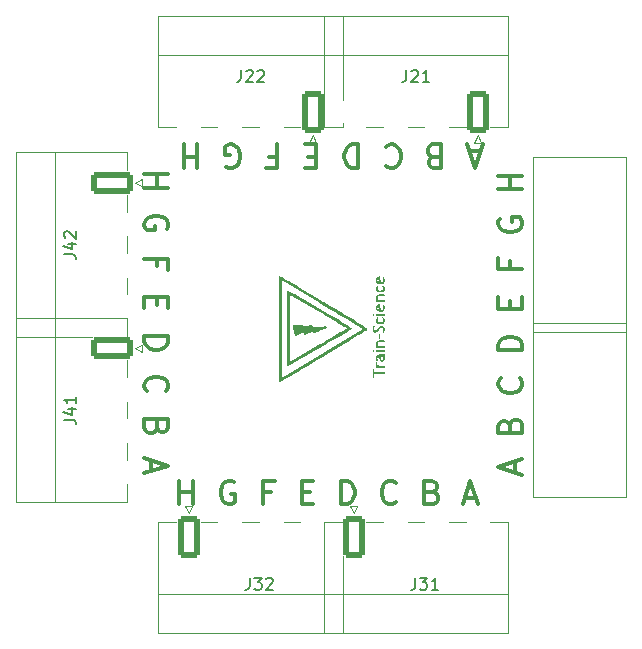
<source format=gbr>
%TF.GenerationSoftware,KiCad,Pcbnew,8.0.2*%
%TF.CreationDate,2024-09-12T21:38:04+02:00*%
%TF.ProjectId,splitX_pluggable_8p,73706c69-7458-45f7-906c-75676761626c,rev?*%
%TF.SameCoordinates,Original*%
%TF.FileFunction,Legend,Top*%
%TF.FilePolarity,Positive*%
%FSLAX46Y46*%
G04 Gerber Fmt 4.6, Leading zero omitted, Abs format (unit mm)*
G04 Created by KiCad (PCBNEW 8.0.2) date 2024-09-12 21:38:04*
%MOMM*%
%LPD*%
G01*
G04 APERTURE LIST*
G04 Aperture macros list*
%AMRoundRect*
0 Rectangle with rounded corners*
0 $1 Rounding radius*
0 $2 $3 $4 $5 $6 $7 $8 $9 X,Y pos of 4 corners*
0 Add a 4 corners polygon primitive as box body*
4,1,4,$2,$3,$4,$5,$6,$7,$8,$9,$2,$3,0*
0 Add four circle primitives for the rounded corners*
1,1,$1+$1,$2,$3*
1,1,$1+$1,$4,$5*
1,1,$1+$1,$6,$7*
1,1,$1+$1,$8,$9*
0 Add four rect primitives between the rounded corners*
20,1,$1+$1,$2,$3,$4,$5,0*
20,1,$1+$1,$4,$5,$6,$7,0*
20,1,$1+$1,$6,$7,$8,$9,0*
20,1,$1+$1,$8,$9,$2,$3,0*%
G04 Aperture macros list end*
%ADD10C,0.300000*%
%ADD11C,0.150000*%
%ADD12C,0.120000*%
%ADD13C,0.100000*%
%ADD14C,0.000000*%
%ADD15RoundRect,0.250000X-1.550000X0.650000X-1.550000X-0.650000X1.550000X-0.650000X1.550000X0.650000X0*%
%ADD16O,3.600000X1.800000*%
%ADD17C,3.200000*%
%ADD18RoundRect,0.250000X0.650000X1.550000X-0.650000X1.550000X-0.650000X-1.550000X0.650000X-1.550000X0*%
%ADD19O,1.800000X3.600000*%
%ADD20RoundRect,0.250000X-0.650000X-1.550000X0.650000X-1.550000X0.650000X1.550000X-0.650000X1.550000X0*%
%ADD21C,2.200000*%
G04 APERTURE END LIST*
D10*
X169718049Y-92331790D02*
X168765668Y-92331790D01*
X169908525Y-91760361D02*
X169241859Y-93760361D01*
X169241859Y-93760361D02*
X168575192Y-91760361D01*
X165718048Y-92807980D02*
X165432334Y-92712742D01*
X165432334Y-92712742D02*
X165337096Y-92617504D01*
X165337096Y-92617504D02*
X165241858Y-92427028D01*
X165241858Y-92427028D02*
X165241858Y-92141314D01*
X165241858Y-92141314D02*
X165337096Y-91950838D01*
X165337096Y-91950838D02*
X165432334Y-91855600D01*
X165432334Y-91855600D02*
X165622810Y-91760361D01*
X165622810Y-91760361D02*
X166384715Y-91760361D01*
X166384715Y-91760361D02*
X166384715Y-93760361D01*
X166384715Y-93760361D02*
X165718048Y-93760361D01*
X165718048Y-93760361D02*
X165527572Y-93665123D01*
X165527572Y-93665123D02*
X165432334Y-93569885D01*
X165432334Y-93569885D02*
X165337096Y-93379409D01*
X165337096Y-93379409D02*
X165337096Y-93188933D01*
X165337096Y-93188933D02*
X165432334Y-92998457D01*
X165432334Y-92998457D02*
X165527572Y-92903219D01*
X165527572Y-92903219D02*
X165718048Y-92807980D01*
X165718048Y-92807980D02*
X166384715Y-92807980D01*
X161718048Y-91950838D02*
X161813286Y-91855600D01*
X161813286Y-91855600D02*
X162099000Y-91760361D01*
X162099000Y-91760361D02*
X162289476Y-91760361D01*
X162289476Y-91760361D02*
X162575191Y-91855600D01*
X162575191Y-91855600D02*
X162765667Y-92046076D01*
X162765667Y-92046076D02*
X162860905Y-92236552D01*
X162860905Y-92236552D02*
X162956143Y-92617504D01*
X162956143Y-92617504D02*
X162956143Y-92903219D01*
X162956143Y-92903219D02*
X162860905Y-93284171D01*
X162860905Y-93284171D02*
X162765667Y-93474647D01*
X162765667Y-93474647D02*
X162575191Y-93665123D01*
X162575191Y-93665123D02*
X162289476Y-93760361D01*
X162289476Y-93760361D02*
X162099000Y-93760361D01*
X162099000Y-93760361D02*
X161813286Y-93665123D01*
X161813286Y-93665123D02*
X161718048Y-93569885D01*
X159337095Y-91760361D02*
X159337095Y-93760361D01*
X159337095Y-93760361D02*
X158860905Y-93760361D01*
X158860905Y-93760361D02*
X158575190Y-93665123D01*
X158575190Y-93665123D02*
X158384714Y-93474647D01*
X158384714Y-93474647D02*
X158289476Y-93284171D01*
X158289476Y-93284171D02*
X158194238Y-92903219D01*
X158194238Y-92903219D02*
X158194238Y-92617504D01*
X158194238Y-92617504D02*
X158289476Y-92236552D01*
X158289476Y-92236552D02*
X158384714Y-92046076D01*
X158384714Y-92046076D02*
X158575190Y-91855600D01*
X158575190Y-91855600D02*
X158860905Y-91760361D01*
X158860905Y-91760361D02*
X159337095Y-91760361D01*
X155813285Y-92807980D02*
X155146618Y-92807980D01*
X154860904Y-91760361D02*
X155813285Y-91760361D01*
X155813285Y-91760361D02*
X155813285Y-93760361D01*
X155813285Y-93760361D02*
X154860904Y-93760361D01*
X151813284Y-92807980D02*
X152479951Y-92807980D01*
X152479951Y-91760361D02*
X152479951Y-93760361D01*
X152479951Y-93760361D02*
X151527570Y-93760361D01*
X148194236Y-93665123D02*
X148384712Y-93760361D01*
X148384712Y-93760361D02*
X148670426Y-93760361D01*
X148670426Y-93760361D02*
X148956141Y-93665123D01*
X148956141Y-93665123D02*
X149146617Y-93474647D01*
X149146617Y-93474647D02*
X149241855Y-93284171D01*
X149241855Y-93284171D02*
X149337093Y-92903219D01*
X149337093Y-92903219D02*
X149337093Y-92617504D01*
X149337093Y-92617504D02*
X149241855Y-92236552D01*
X149241855Y-92236552D02*
X149146617Y-92046076D01*
X149146617Y-92046076D02*
X148956141Y-91855600D01*
X148956141Y-91855600D02*
X148670426Y-91760361D01*
X148670426Y-91760361D02*
X148479950Y-91760361D01*
X148479950Y-91760361D02*
X148194236Y-91855600D01*
X148194236Y-91855600D02*
X148098998Y-91950838D01*
X148098998Y-91950838D02*
X148098998Y-92617504D01*
X148098998Y-92617504D02*
X148479950Y-92617504D01*
X145718045Y-91760361D02*
X145718045Y-93760361D01*
X145718045Y-92807980D02*
X144575188Y-92807980D01*
X144575188Y-91760361D02*
X144575188Y-93760361D01*
X172668209Y-119563679D02*
X172668209Y-118611298D01*
X173239638Y-119754155D02*
X171239638Y-119087489D01*
X171239638Y-119087489D02*
X173239638Y-118420822D01*
X172192019Y-115563678D02*
X172287257Y-115277964D01*
X172287257Y-115277964D02*
X172382495Y-115182726D01*
X172382495Y-115182726D02*
X172572971Y-115087488D01*
X172572971Y-115087488D02*
X172858685Y-115087488D01*
X172858685Y-115087488D02*
X173049161Y-115182726D01*
X173049161Y-115182726D02*
X173144400Y-115277964D01*
X173144400Y-115277964D02*
X173239638Y-115468440D01*
X173239638Y-115468440D02*
X173239638Y-116230345D01*
X173239638Y-116230345D02*
X171239638Y-116230345D01*
X171239638Y-116230345D02*
X171239638Y-115563678D01*
X171239638Y-115563678D02*
X171334876Y-115373202D01*
X171334876Y-115373202D02*
X171430114Y-115277964D01*
X171430114Y-115277964D02*
X171620590Y-115182726D01*
X171620590Y-115182726D02*
X171811066Y-115182726D01*
X171811066Y-115182726D02*
X172001542Y-115277964D01*
X172001542Y-115277964D02*
X172096780Y-115373202D01*
X172096780Y-115373202D02*
X172192019Y-115563678D01*
X172192019Y-115563678D02*
X172192019Y-116230345D01*
X173049161Y-111563678D02*
X173144400Y-111658916D01*
X173144400Y-111658916D02*
X173239638Y-111944630D01*
X173239638Y-111944630D02*
X173239638Y-112135106D01*
X173239638Y-112135106D02*
X173144400Y-112420821D01*
X173144400Y-112420821D02*
X172953923Y-112611297D01*
X172953923Y-112611297D02*
X172763447Y-112706535D01*
X172763447Y-112706535D02*
X172382495Y-112801773D01*
X172382495Y-112801773D02*
X172096780Y-112801773D01*
X172096780Y-112801773D02*
X171715828Y-112706535D01*
X171715828Y-112706535D02*
X171525352Y-112611297D01*
X171525352Y-112611297D02*
X171334876Y-112420821D01*
X171334876Y-112420821D02*
X171239638Y-112135106D01*
X171239638Y-112135106D02*
X171239638Y-111944630D01*
X171239638Y-111944630D02*
X171334876Y-111658916D01*
X171334876Y-111658916D02*
X171430114Y-111563678D01*
X173239638Y-109182725D02*
X171239638Y-109182725D01*
X171239638Y-109182725D02*
X171239638Y-108706535D01*
X171239638Y-108706535D02*
X171334876Y-108420820D01*
X171334876Y-108420820D02*
X171525352Y-108230344D01*
X171525352Y-108230344D02*
X171715828Y-108135106D01*
X171715828Y-108135106D02*
X172096780Y-108039868D01*
X172096780Y-108039868D02*
X172382495Y-108039868D01*
X172382495Y-108039868D02*
X172763447Y-108135106D01*
X172763447Y-108135106D02*
X172953923Y-108230344D01*
X172953923Y-108230344D02*
X173144400Y-108420820D01*
X173144400Y-108420820D02*
X173239638Y-108706535D01*
X173239638Y-108706535D02*
X173239638Y-109182725D01*
X172192019Y-105658915D02*
X172192019Y-104992248D01*
X173239638Y-104706534D02*
X173239638Y-105658915D01*
X173239638Y-105658915D02*
X171239638Y-105658915D01*
X171239638Y-105658915D02*
X171239638Y-104706534D01*
X172192019Y-101658914D02*
X172192019Y-102325581D01*
X173239638Y-102325581D02*
X171239638Y-102325581D01*
X171239638Y-102325581D02*
X171239638Y-101373200D01*
X171334876Y-98039866D02*
X171239638Y-98230342D01*
X171239638Y-98230342D02*
X171239638Y-98516056D01*
X171239638Y-98516056D02*
X171334876Y-98801771D01*
X171334876Y-98801771D02*
X171525352Y-98992247D01*
X171525352Y-98992247D02*
X171715828Y-99087485D01*
X171715828Y-99087485D02*
X172096780Y-99182723D01*
X172096780Y-99182723D02*
X172382495Y-99182723D01*
X172382495Y-99182723D02*
X172763447Y-99087485D01*
X172763447Y-99087485D02*
X172953923Y-98992247D01*
X172953923Y-98992247D02*
X173144400Y-98801771D01*
X173144400Y-98801771D02*
X173239638Y-98516056D01*
X173239638Y-98516056D02*
X173239638Y-98325580D01*
X173239638Y-98325580D02*
X173144400Y-98039866D01*
X173144400Y-98039866D02*
X173049161Y-97944628D01*
X173049161Y-97944628D02*
X172382495Y-97944628D01*
X172382495Y-97944628D02*
X172382495Y-98325580D01*
X173239638Y-95563675D02*
X171239638Y-95563675D01*
X172192019Y-95563675D02*
X172192019Y-94420818D01*
X173239638Y-94420818D02*
X171239638Y-94420818D01*
X141260361Y-94283188D02*
X143260361Y-94283188D01*
X142307980Y-94283188D02*
X142307980Y-95426045D01*
X141260361Y-95426045D02*
X143260361Y-95426045D01*
X143165123Y-98949855D02*
X143260361Y-98759379D01*
X143260361Y-98759379D02*
X143260361Y-98473665D01*
X143260361Y-98473665D02*
X143165123Y-98187950D01*
X143165123Y-98187950D02*
X142974647Y-97997474D01*
X142974647Y-97997474D02*
X142784171Y-97902236D01*
X142784171Y-97902236D02*
X142403219Y-97806998D01*
X142403219Y-97806998D02*
X142117504Y-97806998D01*
X142117504Y-97806998D02*
X141736552Y-97902236D01*
X141736552Y-97902236D02*
X141546076Y-97997474D01*
X141546076Y-97997474D02*
X141355600Y-98187950D01*
X141355600Y-98187950D02*
X141260361Y-98473665D01*
X141260361Y-98473665D02*
X141260361Y-98664141D01*
X141260361Y-98664141D02*
X141355600Y-98949855D01*
X141355600Y-98949855D02*
X141450838Y-99045093D01*
X141450838Y-99045093D02*
X142117504Y-99045093D01*
X142117504Y-99045093D02*
X142117504Y-98664141D01*
X142307980Y-102092713D02*
X142307980Y-101426046D01*
X141260361Y-101426046D02*
X143260361Y-101426046D01*
X143260361Y-101426046D02*
X143260361Y-102378427D01*
X142307980Y-104664142D02*
X142307980Y-105330809D01*
X141260361Y-105616523D02*
X141260361Y-104664142D01*
X141260361Y-104664142D02*
X143260361Y-104664142D01*
X143260361Y-104664142D02*
X143260361Y-105616523D01*
X141260361Y-107997476D02*
X143260361Y-107997476D01*
X143260361Y-107997476D02*
X143260361Y-108473666D01*
X143260361Y-108473666D02*
X143165123Y-108759381D01*
X143165123Y-108759381D02*
X142974647Y-108949857D01*
X142974647Y-108949857D02*
X142784171Y-109045095D01*
X142784171Y-109045095D02*
X142403219Y-109140333D01*
X142403219Y-109140333D02*
X142117504Y-109140333D01*
X142117504Y-109140333D02*
X141736552Y-109045095D01*
X141736552Y-109045095D02*
X141546076Y-108949857D01*
X141546076Y-108949857D02*
X141355600Y-108759381D01*
X141355600Y-108759381D02*
X141260361Y-108473666D01*
X141260361Y-108473666D02*
X141260361Y-107997476D01*
X141450838Y-112664143D02*
X141355600Y-112568905D01*
X141355600Y-112568905D02*
X141260361Y-112283191D01*
X141260361Y-112283191D02*
X141260361Y-112092715D01*
X141260361Y-112092715D02*
X141355600Y-111807000D01*
X141355600Y-111807000D02*
X141546076Y-111616524D01*
X141546076Y-111616524D02*
X141736552Y-111521286D01*
X141736552Y-111521286D02*
X142117504Y-111426048D01*
X142117504Y-111426048D02*
X142403219Y-111426048D01*
X142403219Y-111426048D02*
X142784171Y-111521286D01*
X142784171Y-111521286D02*
X142974647Y-111616524D01*
X142974647Y-111616524D02*
X143165123Y-111807000D01*
X143165123Y-111807000D02*
X143260361Y-112092715D01*
X143260361Y-112092715D02*
X143260361Y-112283191D01*
X143260361Y-112283191D02*
X143165123Y-112568905D01*
X143165123Y-112568905D02*
X143069885Y-112664143D01*
X142307980Y-115711763D02*
X142212742Y-115997477D01*
X142212742Y-115997477D02*
X142117504Y-116092715D01*
X142117504Y-116092715D02*
X141927028Y-116187953D01*
X141927028Y-116187953D02*
X141641314Y-116187953D01*
X141641314Y-116187953D02*
X141450838Y-116092715D01*
X141450838Y-116092715D02*
X141355600Y-115997477D01*
X141355600Y-115997477D02*
X141260361Y-115807001D01*
X141260361Y-115807001D02*
X141260361Y-115045096D01*
X141260361Y-115045096D02*
X143260361Y-115045096D01*
X143260361Y-115045096D02*
X143260361Y-115711763D01*
X143260361Y-115711763D02*
X143165123Y-115902239D01*
X143165123Y-115902239D02*
X143069885Y-115997477D01*
X143069885Y-115997477D02*
X142879409Y-116092715D01*
X142879409Y-116092715D02*
X142688933Y-116092715D01*
X142688933Y-116092715D02*
X142498457Y-115997477D01*
X142498457Y-115997477D02*
X142403219Y-115902239D01*
X142403219Y-115902239D02*
X142307980Y-115711763D01*
X142307980Y-115711763D02*
X142307980Y-115045096D01*
X141831790Y-118473668D02*
X141831790Y-119426049D01*
X141260361Y-118283192D02*
X143260361Y-118949858D01*
X143260361Y-118949858D02*
X141260361Y-119616525D01*
X144194188Y-122239638D02*
X144194188Y-120239638D01*
X144194188Y-121192019D02*
X145337045Y-121192019D01*
X145337045Y-122239638D02*
X145337045Y-120239638D01*
X148860855Y-120334876D02*
X148670379Y-120239638D01*
X148670379Y-120239638D02*
X148384665Y-120239638D01*
X148384665Y-120239638D02*
X148098950Y-120334876D01*
X148098950Y-120334876D02*
X147908474Y-120525352D01*
X147908474Y-120525352D02*
X147813236Y-120715828D01*
X147813236Y-120715828D02*
X147717998Y-121096780D01*
X147717998Y-121096780D02*
X147717998Y-121382495D01*
X147717998Y-121382495D02*
X147813236Y-121763447D01*
X147813236Y-121763447D02*
X147908474Y-121953923D01*
X147908474Y-121953923D02*
X148098950Y-122144400D01*
X148098950Y-122144400D02*
X148384665Y-122239638D01*
X148384665Y-122239638D02*
X148575141Y-122239638D01*
X148575141Y-122239638D02*
X148860855Y-122144400D01*
X148860855Y-122144400D02*
X148956093Y-122049161D01*
X148956093Y-122049161D02*
X148956093Y-121382495D01*
X148956093Y-121382495D02*
X148575141Y-121382495D01*
X152003713Y-121192019D02*
X151337046Y-121192019D01*
X151337046Y-122239638D02*
X151337046Y-120239638D01*
X151337046Y-120239638D02*
X152289427Y-120239638D01*
X154575142Y-121192019D02*
X155241809Y-121192019D01*
X155527523Y-122239638D02*
X154575142Y-122239638D01*
X154575142Y-122239638D02*
X154575142Y-120239638D01*
X154575142Y-120239638D02*
X155527523Y-120239638D01*
X157908476Y-122239638D02*
X157908476Y-120239638D01*
X157908476Y-120239638D02*
X158384666Y-120239638D01*
X158384666Y-120239638D02*
X158670381Y-120334876D01*
X158670381Y-120334876D02*
X158860857Y-120525352D01*
X158860857Y-120525352D02*
X158956095Y-120715828D01*
X158956095Y-120715828D02*
X159051333Y-121096780D01*
X159051333Y-121096780D02*
X159051333Y-121382495D01*
X159051333Y-121382495D02*
X158956095Y-121763447D01*
X158956095Y-121763447D02*
X158860857Y-121953923D01*
X158860857Y-121953923D02*
X158670381Y-122144400D01*
X158670381Y-122144400D02*
X158384666Y-122239638D01*
X158384666Y-122239638D02*
X157908476Y-122239638D01*
X162575143Y-122049161D02*
X162479905Y-122144400D01*
X162479905Y-122144400D02*
X162194191Y-122239638D01*
X162194191Y-122239638D02*
X162003715Y-122239638D01*
X162003715Y-122239638D02*
X161718000Y-122144400D01*
X161718000Y-122144400D02*
X161527524Y-121953923D01*
X161527524Y-121953923D02*
X161432286Y-121763447D01*
X161432286Y-121763447D02*
X161337048Y-121382495D01*
X161337048Y-121382495D02*
X161337048Y-121096780D01*
X161337048Y-121096780D02*
X161432286Y-120715828D01*
X161432286Y-120715828D02*
X161527524Y-120525352D01*
X161527524Y-120525352D02*
X161718000Y-120334876D01*
X161718000Y-120334876D02*
X162003715Y-120239638D01*
X162003715Y-120239638D02*
X162194191Y-120239638D01*
X162194191Y-120239638D02*
X162479905Y-120334876D01*
X162479905Y-120334876D02*
X162575143Y-120430114D01*
X165622763Y-121192019D02*
X165908477Y-121287257D01*
X165908477Y-121287257D02*
X166003715Y-121382495D01*
X166003715Y-121382495D02*
X166098953Y-121572971D01*
X166098953Y-121572971D02*
X166098953Y-121858685D01*
X166098953Y-121858685D02*
X166003715Y-122049161D01*
X166003715Y-122049161D02*
X165908477Y-122144400D01*
X165908477Y-122144400D02*
X165718001Y-122239638D01*
X165718001Y-122239638D02*
X164956096Y-122239638D01*
X164956096Y-122239638D02*
X164956096Y-120239638D01*
X164956096Y-120239638D02*
X165622763Y-120239638D01*
X165622763Y-120239638D02*
X165813239Y-120334876D01*
X165813239Y-120334876D02*
X165908477Y-120430114D01*
X165908477Y-120430114D02*
X166003715Y-120620590D01*
X166003715Y-120620590D02*
X166003715Y-120811066D01*
X166003715Y-120811066D02*
X165908477Y-121001542D01*
X165908477Y-121001542D02*
X165813239Y-121096780D01*
X165813239Y-121096780D02*
X165622763Y-121192019D01*
X165622763Y-121192019D02*
X164956096Y-121192019D01*
X168384668Y-121668209D02*
X169337049Y-121668209D01*
X168194192Y-122239638D02*
X168860858Y-120239638D01*
X168860858Y-120239638D02*
X169527525Y-122239638D01*
D11*
X134454819Y-101059523D02*
X135169104Y-101059523D01*
X135169104Y-101059523D02*
X135311961Y-101107142D01*
X135311961Y-101107142D02*
X135407200Y-101202380D01*
X135407200Y-101202380D02*
X135454819Y-101345237D01*
X135454819Y-101345237D02*
X135454819Y-101440475D01*
X134788152Y-100154761D02*
X135454819Y-100154761D01*
X134407200Y-100392856D02*
X135121485Y-100630951D01*
X135121485Y-100630951D02*
X135121485Y-100011904D01*
X134550057Y-99678570D02*
X134502438Y-99630951D01*
X134502438Y-99630951D02*
X134454819Y-99535713D01*
X134454819Y-99535713D02*
X134454819Y-99297618D01*
X134454819Y-99297618D02*
X134502438Y-99202380D01*
X134502438Y-99202380D02*
X134550057Y-99154761D01*
X134550057Y-99154761D02*
X134645295Y-99107142D01*
X134645295Y-99107142D02*
X134740533Y-99107142D01*
X134740533Y-99107142D02*
X134883390Y-99154761D01*
X134883390Y-99154761D02*
X135454819Y-99726189D01*
X135454819Y-99726189D02*
X135454819Y-99107142D01*
X163440476Y-85454819D02*
X163440476Y-86169104D01*
X163440476Y-86169104D02*
X163392857Y-86311961D01*
X163392857Y-86311961D02*
X163297619Y-86407200D01*
X163297619Y-86407200D02*
X163154762Y-86454819D01*
X163154762Y-86454819D02*
X163059524Y-86454819D01*
X163869048Y-85550057D02*
X163916667Y-85502438D01*
X163916667Y-85502438D02*
X164011905Y-85454819D01*
X164011905Y-85454819D02*
X164250000Y-85454819D01*
X164250000Y-85454819D02*
X164345238Y-85502438D01*
X164345238Y-85502438D02*
X164392857Y-85550057D01*
X164392857Y-85550057D02*
X164440476Y-85645295D01*
X164440476Y-85645295D02*
X164440476Y-85740533D01*
X164440476Y-85740533D02*
X164392857Y-85883390D01*
X164392857Y-85883390D02*
X163821429Y-86454819D01*
X163821429Y-86454819D02*
X164440476Y-86454819D01*
X165392857Y-86454819D02*
X164821429Y-86454819D01*
X165107143Y-86454819D02*
X165107143Y-85454819D01*
X165107143Y-85454819D02*
X165011905Y-85597676D01*
X165011905Y-85597676D02*
X164916667Y-85692914D01*
X164916667Y-85692914D02*
X164821429Y-85740533D01*
X164190476Y-128454819D02*
X164190476Y-129169104D01*
X164190476Y-129169104D02*
X164142857Y-129311961D01*
X164142857Y-129311961D02*
X164047619Y-129407200D01*
X164047619Y-129407200D02*
X163904762Y-129454819D01*
X163904762Y-129454819D02*
X163809524Y-129454819D01*
X164571429Y-128454819D02*
X165190476Y-128454819D01*
X165190476Y-128454819D02*
X164857143Y-128835771D01*
X164857143Y-128835771D02*
X165000000Y-128835771D01*
X165000000Y-128835771D02*
X165095238Y-128883390D01*
X165095238Y-128883390D02*
X165142857Y-128931009D01*
X165142857Y-128931009D02*
X165190476Y-129026247D01*
X165190476Y-129026247D02*
X165190476Y-129264342D01*
X165190476Y-129264342D02*
X165142857Y-129359580D01*
X165142857Y-129359580D02*
X165095238Y-129407200D01*
X165095238Y-129407200D02*
X165000000Y-129454819D01*
X165000000Y-129454819D02*
X164714286Y-129454819D01*
X164714286Y-129454819D02*
X164619048Y-129407200D01*
X164619048Y-129407200D02*
X164571429Y-129359580D01*
X166142857Y-129454819D02*
X165571429Y-129454819D01*
X165857143Y-129454819D02*
X165857143Y-128454819D01*
X165857143Y-128454819D02*
X165761905Y-128597676D01*
X165761905Y-128597676D02*
X165666667Y-128692914D01*
X165666667Y-128692914D02*
X165571429Y-128740533D01*
X150190476Y-128454819D02*
X150190476Y-129169104D01*
X150190476Y-129169104D02*
X150142857Y-129311961D01*
X150142857Y-129311961D02*
X150047619Y-129407200D01*
X150047619Y-129407200D02*
X149904762Y-129454819D01*
X149904762Y-129454819D02*
X149809524Y-129454819D01*
X150571429Y-128454819D02*
X151190476Y-128454819D01*
X151190476Y-128454819D02*
X150857143Y-128835771D01*
X150857143Y-128835771D02*
X151000000Y-128835771D01*
X151000000Y-128835771D02*
X151095238Y-128883390D01*
X151095238Y-128883390D02*
X151142857Y-128931009D01*
X151142857Y-128931009D02*
X151190476Y-129026247D01*
X151190476Y-129026247D02*
X151190476Y-129264342D01*
X151190476Y-129264342D02*
X151142857Y-129359580D01*
X151142857Y-129359580D02*
X151095238Y-129407200D01*
X151095238Y-129407200D02*
X151000000Y-129454819D01*
X151000000Y-129454819D02*
X150714286Y-129454819D01*
X150714286Y-129454819D02*
X150619048Y-129407200D01*
X150619048Y-129407200D02*
X150571429Y-129359580D01*
X151571429Y-128550057D02*
X151619048Y-128502438D01*
X151619048Y-128502438D02*
X151714286Y-128454819D01*
X151714286Y-128454819D02*
X151952381Y-128454819D01*
X151952381Y-128454819D02*
X152047619Y-128502438D01*
X152047619Y-128502438D02*
X152095238Y-128550057D01*
X152095238Y-128550057D02*
X152142857Y-128645295D01*
X152142857Y-128645295D02*
X152142857Y-128740533D01*
X152142857Y-128740533D02*
X152095238Y-128883390D01*
X152095238Y-128883390D02*
X151523810Y-129454819D01*
X151523810Y-129454819D02*
X152142857Y-129454819D01*
X149440476Y-85454819D02*
X149440476Y-86169104D01*
X149440476Y-86169104D02*
X149392857Y-86311961D01*
X149392857Y-86311961D02*
X149297619Y-86407200D01*
X149297619Y-86407200D02*
X149154762Y-86454819D01*
X149154762Y-86454819D02*
X149059524Y-86454819D01*
X149869048Y-85550057D02*
X149916667Y-85502438D01*
X149916667Y-85502438D02*
X150011905Y-85454819D01*
X150011905Y-85454819D02*
X150250000Y-85454819D01*
X150250000Y-85454819D02*
X150345238Y-85502438D01*
X150345238Y-85502438D02*
X150392857Y-85550057D01*
X150392857Y-85550057D02*
X150440476Y-85645295D01*
X150440476Y-85645295D02*
X150440476Y-85740533D01*
X150440476Y-85740533D02*
X150392857Y-85883390D01*
X150392857Y-85883390D02*
X149821429Y-86454819D01*
X149821429Y-86454819D02*
X150440476Y-86454819D01*
X150821429Y-85550057D02*
X150869048Y-85502438D01*
X150869048Y-85502438D02*
X150964286Y-85454819D01*
X150964286Y-85454819D02*
X151202381Y-85454819D01*
X151202381Y-85454819D02*
X151297619Y-85502438D01*
X151297619Y-85502438D02*
X151345238Y-85550057D01*
X151345238Y-85550057D02*
X151392857Y-85645295D01*
X151392857Y-85645295D02*
X151392857Y-85740533D01*
X151392857Y-85740533D02*
X151345238Y-85883390D01*
X151345238Y-85883390D02*
X150773810Y-86454819D01*
X150773810Y-86454819D02*
X151392857Y-86454819D01*
X134454819Y-115059523D02*
X135169104Y-115059523D01*
X135169104Y-115059523D02*
X135311961Y-115107142D01*
X135311961Y-115107142D02*
X135407200Y-115202380D01*
X135407200Y-115202380D02*
X135454819Y-115345237D01*
X135454819Y-115345237D02*
X135454819Y-115440475D01*
X134788152Y-114154761D02*
X135454819Y-114154761D01*
X134407200Y-114392856D02*
X135121485Y-114630951D01*
X135121485Y-114630951D02*
X135121485Y-114011904D01*
X135454819Y-113107142D02*
X135454819Y-113678570D01*
X135454819Y-113392856D02*
X134454819Y-113392856D01*
X134454819Y-113392856D02*
X134597676Y-113488094D01*
X134597676Y-113488094D02*
X134692914Y-113583332D01*
X134692914Y-113583332D02*
X134740533Y-113678570D01*
D12*
%TO.C,J42*%
X130390000Y-92440000D02*
X130390000Y-108060000D01*
X130390000Y-108060000D02*
X139810000Y-108060000D01*
X133700000Y-92440000D02*
X133700000Y-108060000D01*
X139810000Y-92440000D02*
X130390000Y-92440000D01*
X139810000Y-92440000D02*
X139810000Y-93950000D01*
X139810000Y-96050000D02*
X139810000Y-97450000D01*
X139810000Y-99550000D02*
X139810000Y-100950000D01*
X139810000Y-103050000D02*
X139810000Y-104450000D01*
X139810000Y-108060000D02*
X139810000Y-106550000D01*
X140500000Y-95000000D02*
X141100000Y-94700000D01*
X141100000Y-94700000D02*
X141100000Y-95300000D01*
X141100000Y-95300000D02*
X140500000Y-95000000D01*
%TO.C,J21*%
X156440000Y-80890000D02*
X156440000Y-90310000D01*
X156440000Y-90310000D02*
X157950000Y-90310000D01*
X161450000Y-90310000D02*
X160050000Y-90310000D01*
X164950000Y-90310000D02*
X163550000Y-90310000D01*
X168450000Y-90310000D02*
X167050000Y-90310000D01*
X169200000Y-91600000D02*
X169500000Y-91000000D01*
X169500000Y-91000000D02*
X169800000Y-91600000D01*
X169800000Y-91600000D02*
X169200000Y-91600000D01*
X172060000Y-80890000D02*
X156440000Y-80890000D01*
X172060000Y-84200000D02*
X156440000Y-84200000D01*
X172060000Y-90310000D02*
X170550000Y-90310000D01*
X172060000Y-90310000D02*
X172060000Y-80890000D01*
%TO.C,J31*%
X156440000Y-123690000D02*
X156440000Y-133110000D01*
X156440000Y-123690000D02*
X157950000Y-123690000D01*
X156440000Y-129800000D02*
X172060000Y-129800000D01*
X156440000Y-133110000D02*
X172060000Y-133110000D01*
X158700000Y-122400000D02*
X159300000Y-122400000D01*
X159000000Y-123000000D02*
X158700000Y-122400000D01*
X159300000Y-122400000D02*
X159000000Y-123000000D01*
X160050000Y-123690000D02*
X161450000Y-123690000D01*
X163550000Y-123690000D02*
X164950000Y-123690000D01*
X167050000Y-123690000D02*
X168450000Y-123690000D01*
X172060000Y-123690000D02*
X170550000Y-123690000D01*
X172060000Y-133110000D02*
X172060000Y-123690000D01*
%TO.C,J32*%
X142440000Y-123690000D02*
X142440000Y-133110000D01*
X142440000Y-123690000D02*
X143950000Y-123690000D01*
X142440000Y-129800000D02*
X158060000Y-129800000D01*
X142440000Y-133110000D02*
X158060000Y-133110000D01*
X144700000Y-122400000D02*
X145300000Y-122400000D01*
X145000000Y-123000000D02*
X144700000Y-122400000D01*
X145300000Y-122400000D02*
X145000000Y-123000000D01*
X146050000Y-123690000D02*
X147450000Y-123690000D01*
X149550000Y-123690000D02*
X150950000Y-123690000D01*
X153050000Y-123690000D02*
X154450000Y-123690000D01*
X158060000Y-123690000D02*
X156550000Y-123690000D01*
X158060000Y-133110000D02*
X158060000Y-123690000D01*
D13*
%TO.C,J11*%
X174150000Y-106850000D02*
X182050000Y-106850000D01*
X174150000Y-121650000D02*
X174150000Y-106850000D01*
X174150000Y-121650000D02*
X182050000Y-121650000D01*
X182050000Y-106850000D02*
X182050000Y-121650000D01*
D12*
%TO.C,J22*%
X142440000Y-80890000D02*
X142440000Y-90310000D01*
X142440000Y-90310000D02*
X143950000Y-90310000D01*
X147450000Y-90310000D02*
X146050000Y-90310000D01*
X150950000Y-90310000D02*
X149550000Y-90310000D01*
X154450000Y-90310000D02*
X153050000Y-90310000D01*
X155200000Y-91600000D02*
X155500000Y-91000000D01*
X155500000Y-91000000D02*
X155800000Y-91600000D01*
X155800000Y-91600000D02*
X155200000Y-91600000D01*
X158060000Y-80890000D02*
X142440000Y-80890000D01*
X158060000Y-84200000D02*
X142440000Y-84200000D01*
X158060000Y-90310000D02*
X156550000Y-90310000D01*
X158060000Y-90310000D02*
X158060000Y-80890000D01*
D13*
%TO.C,J12*%
X174150000Y-92850000D02*
X182050000Y-92850000D01*
X174150000Y-107650000D02*
X174150000Y-92850000D01*
X174150000Y-107650000D02*
X182050000Y-107650000D01*
X182050000Y-92850000D02*
X182050000Y-107650000D01*
D12*
%TO.C,J41*%
X130390000Y-106440000D02*
X130390000Y-122060000D01*
X130390000Y-122060000D02*
X139810000Y-122060000D01*
X133700000Y-106440000D02*
X133700000Y-122060000D01*
X139810000Y-106440000D02*
X130390000Y-106440000D01*
X139810000Y-106440000D02*
X139810000Y-107950000D01*
X139810000Y-110050000D02*
X139810000Y-111450000D01*
X139810000Y-113550000D02*
X139810000Y-114950000D01*
X139810000Y-117050000D02*
X139810000Y-118450000D01*
X139810000Y-122060000D02*
X139810000Y-120550000D01*
X140500000Y-109000000D02*
X141100000Y-108700000D01*
X141100000Y-108700000D02*
X141100000Y-109300000D01*
X141100000Y-109300000D02*
X140500000Y-109000000D01*
D14*
%TO.C,G\u002A\u002A\u002A*%
G36*
X161604200Y-106252643D02*
G01*
X160863769Y-106252643D01*
X160863769Y-106091679D01*
X161604200Y-106091679D01*
X161604200Y-106252643D01*
G37*
G36*
X161604200Y-109343137D02*
G01*
X160863769Y-109343137D01*
X160863769Y-109182174D01*
X161604200Y-109182174D01*
X161604200Y-109343137D01*
G37*
G36*
X160729300Y-106122002D02*
G01*
X160734999Y-106176300D01*
X160723959Y-106235546D01*
X160679786Y-106248714D01*
X160662565Y-106246833D01*
X160604361Y-106215562D01*
X160578714Y-106159317D01*
X160591565Y-106103557D01*
X160623528Y-106079576D01*
X160693248Y-106073463D01*
X160729300Y-106122002D01*
G37*
G36*
X160729300Y-109212497D02*
G01*
X160734999Y-109266794D01*
X160723959Y-109326040D01*
X160679786Y-109339208D01*
X160662565Y-109337328D01*
X160604361Y-109306057D01*
X160578714Y-109249811D01*
X160591565Y-109194051D01*
X160623528Y-109170070D01*
X160693248Y-109163957D01*
X160729300Y-109212497D01*
G37*
G36*
X161224166Y-107805951D02*
G01*
X161241260Y-107835453D01*
X161248672Y-107905351D01*
X161250081Y-108004781D01*
X161246841Y-108123268D01*
X161235353Y-108189379D01*
X161212965Y-108214883D01*
X161202406Y-108216394D01*
X161159919Y-108188403D01*
X161132845Y-108117697D01*
X161121599Y-108024175D01*
X161126600Y-107927737D01*
X161148266Y-107848283D01*
X161187014Y-107805713D01*
X161193744Y-107803845D01*
X161224166Y-107805951D01*
G37*
G36*
X160678657Y-110769092D02*
G01*
X160697683Y-110808451D01*
X160702782Y-110894073D01*
X160702806Y-110904480D01*
X160702806Y-111049347D01*
X161604200Y-111049347D01*
X161604200Y-111210310D01*
X160706334Y-111210310D01*
X160696522Y-111362936D01*
X160683408Y-111463526D01*
X160657105Y-111513923D01*
X160630373Y-111526260D01*
X160606588Y-111525399D01*
X160590589Y-111505335D01*
X160580863Y-111455901D01*
X160575892Y-111366928D01*
X160574161Y-111228250D01*
X160574036Y-111148286D01*
X160574660Y-110984632D01*
X160577709Y-110874722D01*
X160584945Y-110807918D01*
X160598129Y-110773582D01*
X160619024Y-110761076D01*
X160638421Y-110759613D01*
X160678657Y-110769092D01*
G37*
G36*
X160975633Y-110227873D02*
G01*
X160992013Y-110285283D01*
X160992540Y-110307091D01*
X161010752Y-110395170D01*
X161069818Y-110454695D01*
X161176385Y-110489100D01*
X161337100Y-110501820D01*
X161369919Y-110502072D01*
X161490488Y-110503151D01*
X161560440Y-110509538D01*
X161593539Y-110525963D01*
X161603549Y-110557154D01*
X161604200Y-110582554D01*
X161604200Y-110663035D01*
X160863769Y-110663035D01*
X160863769Y-110582554D01*
X160875174Y-110522060D01*
X160897095Y-110502072D01*
X160913977Y-110482366D01*
X160897095Y-110439803D01*
X160865196Y-110347476D01*
X160867074Y-110267967D01*
X160900259Y-110219379D01*
X160928155Y-110212338D01*
X160975633Y-110227873D01*
G37*
G36*
X161493108Y-103725377D02*
G01*
X161550764Y-103780331D01*
X161590981Y-103871735D01*
X161604200Y-103973007D01*
X161590144Y-104078070D01*
X161538169Y-104164476D01*
X161506323Y-104198565D01*
X161446957Y-104252730D01*
X161392703Y-104280240D01*
X161320215Y-104287723D01*
X161211733Y-104282213D01*
X161049108Y-104251761D01*
X160939042Y-104186074D01*
X160878527Y-104082443D01*
X160863769Y-103968736D01*
X160880371Y-103858854D01*
X160923368Y-103771895D01*
X160982548Y-103722209D01*
X161040197Y-103720822D01*
X161078981Y-103742105D01*
X161069557Y-103772801D01*
X161045211Y-103801159D01*
X161000500Y-103890499D01*
X160999442Y-103992057D01*
X161042260Y-104076462D01*
X161043129Y-104077339D01*
X161116078Y-104113643D01*
X161220878Y-104127505D01*
X161329032Y-104118926D01*
X161412043Y-104087905D01*
X161424841Y-104077339D01*
X161468246Y-103993361D01*
X161467772Y-103891839D01*
X161423642Y-103802143D01*
X161422759Y-103801159D01*
X161388129Y-103755884D01*
X161400932Y-103732453D01*
X161427773Y-103720822D01*
X161493108Y-103725377D01*
G37*
G36*
X161493108Y-106397367D02*
G01*
X161550764Y-106452321D01*
X161590981Y-106543725D01*
X161604200Y-106644997D01*
X161590144Y-106750060D01*
X161538169Y-106836466D01*
X161506323Y-106870554D01*
X161446957Y-106924720D01*
X161392703Y-106952230D01*
X161320215Y-106959713D01*
X161211733Y-106954202D01*
X161049108Y-106923751D01*
X160939042Y-106858064D01*
X160878527Y-106754433D01*
X160863769Y-106640726D01*
X160880371Y-106530844D01*
X160923368Y-106443885D01*
X160982548Y-106394199D01*
X161040197Y-106392812D01*
X161078981Y-106414095D01*
X161069557Y-106444791D01*
X161045211Y-106473149D01*
X161000500Y-106562489D01*
X160999442Y-106664046D01*
X161042260Y-106748452D01*
X161043129Y-106749329D01*
X161114454Y-106785026D01*
X161224249Y-106799829D01*
X161233985Y-106799918D01*
X161345813Y-106787068D01*
X161421116Y-106752808D01*
X161424841Y-106749329D01*
X161468246Y-106665351D01*
X161467772Y-106563829D01*
X161423642Y-106474132D01*
X161422759Y-106473149D01*
X161388129Y-106427874D01*
X161400932Y-106404442D01*
X161427773Y-106392812D01*
X161493108Y-106397367D01*
G37*
G36*
X161399564Y-107091175D02*
G01*
X161501535Y-107150918D01*
X161556471Y-107219505D01*
X161592535Y-107333443D01*
X161602193Y-107465995D01*
X161585597Y-107589362D01*
X161554086Y-107661956D01*
X161498052Y-107718630D01*
X161448510Y-107734312D01*
X161421068Y-107709108D01*
X161425064Y-107661071D01*
X161459359Y-107512064D01*
X161468002Y-107390009D01*
X161450264Y-107309171D01*
X161443493Y-107299212D01*
X161371370Y-107253147D01*
X161288595Y-107259659D01*
X161209964Y-107312182D01*
X161150271Y-107404151D01*
X161139566Y-107434083D01*
X161103866Y-107503092D01*
X161042568Y-107584912D01*
X161026264Y-107603095D01*
X160920707Y-107680715D01*
X160813357Y-107700703D01*
X160714715Y-107668625D01*
X160635279Y-107590050D01*
X160585551Y-107470545D01*
X160574036Y-107363289D01*
X160589771Y-107234550D01*
X160634240Y-107151524D01*
X160703335Y-107121846D01*
X160703939Y-107121844D01*
X160754914Y-107144818D01*
X160765789Y-107193666D01*
X160734999Y-107234518D01*
X160709439Y-107282389D01*
X160703888Y-107362363D01*
X160716818Y-107445866D01*
X160746703Y-107504325D01*
X160749550Y-107506874D01*
X160822183Y-107533040D01*
X160899245Y-107495966D01*
X160979443Y-107396544D01*
X161022699Y-107319028D01*
X161108305Y-107178892D01*
X161197193Y-107098286D01*
X161297135Y-107072510D01*
X161399564Y-107091175D01*
G37*
G36*
X161597021Y-109769320D02*
G01*
X161593821Y-109926055D01*
X161575617Y-110030337D01*
X161552932Y-110078052D01*
X161479657Y-110132997D01*
X161383537Y-110146800D01*
X161367434Y-110141579D01*
X161292887Y-110117410D01*
X161269690Y-110098578D01*
X161226608Y-110029915D01*
X161186717Y-109926053D01*
X161159723Y-109815848D01*
X161153683Y-109753593D01*
X161149486Y-109744399D01*
X161284870Y-109744399D01*
X161292989Y-109815200D01*
X161322669Y-109926613D01*
X161367434Y-109978371D01*
X161424977Y-109976178D01*
X161461887Y-109932211D01*
X161474708Y-109856587D01*
X161462034Y-109777907D01*
X161436799Y-109735887D01*
X161373033Y-109702663D01*
X161336009Y-109697256D01*
X161296273Y-109706113D01*
X161284870Y-109744399D01*
X161149486Y-109744399D01*
X161131832Y-109705730D01*
X161074663Y-109704171D01*
X161027951Y-109726779D01*
X161001964Y-109763450D01*
X160994689Y-109837247D01*
X161001480Y-109935538D01*
X161008973Y-110041931D01*
X161002184Y-110097746D01*
X160979278Y-110115575D01*
X160975250Y-110115760D01*
X160919209Y-110085723D01*
X160881257Y-110000633D01*
X160864364Y-109868023D01*
X160863769Y-109833132D01*
X160871768Y-109720320D01*
X160902130Y-109641525D01*
X160964404Y-109590297D01*
X161068138Y-109560189D01*
X161222881Y-109544750D01*
X161295661Y-109541439D01*
X161592149Y-109530488D01*
X161597021Y-109769320D01*
G37*
G36*
X161454722Y-104450520D02*
G01*
X161538734Y-104454863D01*
X161583328Y-104466405D01*
X161600987Y-104488666D01*
X161604194Y-104525166D01*
X161604200Y-104530336D01*
X161601415Y-104570413D01*
X161584257Y-104594330D01*
X161539522Y-104606258D01*
X161454007Y-104610363D01*
X161349292Y-104610817D01*
X161221739Y-104613190D01*
X161115366Y-104619470D01*
X161049840Y-104628401D01*
X161043462Y-104630358D01*
X161001444Y-104676414D01*
X160997399Y-104754310D01*
X161031399Y-104843838D01*
X161042654Y-104861196D01*
X161074920Y-104897472D01*
X161119461Y-104918981D01*
X161192262Y-104929459D01*
X161309304Y-104932648D01*
X161348485Y-104932744D01*
X161475664Y-104933617D01*
X161551642Y-104939001D01*
X161589601Y-104953045D01*
X161602724Y-104979899D01*
X161604200Y-105013226D01*
X161604200Y-105093707D01*
X161233985Y-105093707D01*
X161075262Y-105093320D01*
X160969962Y-105090622D01*
X160907124Y-105083311D01*
X160875787Y-105069082D01*
X160864988Y-105045632D01*
X160863769Y-105015908D01*
X160878507Y-104950439D01*
X160904010Y-104923354D01*
X160928107Y-104901858D01*
X160904010Y-104865944D01*
X160877219Y-104806895D01*
X160864050Y-104717737D01*
X160863769Y-104703293D01*
X160878213Y-104599433D01*
X160926519Y-104526329D01*
X161016150Y-104479825D01*
X161154568Y-104455764D01*
X161318808Y-104449854D01*
X161454722Y-104450520D01*
G37*
G36*
X161454722Y-108345830D02*
G01*
X161538734Y-108350174D01*
X161583328Y-108361716D01*
X161600987Y-108383976D01*
X161604194Y-108420476D01*
X161604200Y-108425646D01*
X161601415Y-108465723D01*
X161584257Y-108489641D01*
X161539522Y-108501568D01*
X161454007Y-108505674D01*
X161349292Y-108506128D01*
X161221739Y-108508501D01*
X161115366Y-108514781D01*
X161049840Y-108523712D01*
X161043462Y-108525669D01*
X161001444Y-108571725D01*
X160997399Y-108649620D01*
X161031399Y-108739149D01*
X161042654Y-108756506D01*
X161074920Y-108792783D01*
X161119461Y-108814291D01*
X161192262Y-108824770D01*
X161309304Y-108827958D01*
X161348485Y-108828054D01*
X161475664Y-108828927D01*
X161551642Y-108834311D01*
X161589601Y-108848355D01*
X161602724Y-108875209D01*
X161604200Y-108908536D01*
X161604200Y-108989018D01*
X161233985Y-108989018D01*
X161075262Y-108988630D01*
X160969962Y-108985933D01*
X160907124Y-108978621D01*
X160875787Y-108964392D01*
X160864988Y-108940943D01*
X160863769Y-108911219D01*
X160878507Y-108845750D01*
X160904010Y-108818665D01*
X160928107Y-108797168D01*
X160904010Y-108761255D01*
X160877219Y-108702205D01*
X160864050Y-108613048D01*
X160863769Y-108598604D01*
X160878213Y-108494743D01*
X160926519Y-108421639D01*
X161016150Y-108375135D01*
X161154568Y-108351075D01*
X161318808Y-108345165D01*
X161454722Y-108345830D01*
G37*
G36*
X161250081Y-103194341D02*
G01*
X161251517Y-103322877D01*
X161257892Y-103399931D01*
X161272313Y-103438383D01*
X161297882Y-103451110D01*
X161312167Y-103451882D01*
X161400960Y-103428215D01*
X161453168Y-103355577D01*
X161470072Y-103231509D01*
X161466295Y-103155940D01*
X161459706Y-103047476D01*
X161466300Y-102989625D01*
X161488067Y-102969595D01*
X161495376Y-102968992D01*
X161547331Y-102997473D01*
X161583024Y-103071676D01*
X161601338Y-103174745D01*
X161601154Y-103289826D01*
X161581354Y-103400060D01*
X161540820Y-103488593D01*
X161530705Y-103501543D01*
X161449779Y-103566673D01*
X161336586Y-103599990D01*
X161305890Y-103604043D01*
X161134000Y-103600062D01*
X161095557Y-103584756D01*
X161001233Y-103547201D01*
X160911192Y-103448413D01*
X160867482Y-103306651D01*
X160865661Y-103274822D01*
X160992540Y-103274822D01*
X161009306Y-103369491D01*
X161052073Y-103434398D01*
X161095557Y-103451882D01*
X161109662Y-103422767D01*
X161119017Y-103347663D01*
X161121311Y-103274822D01*
X161117076Y-103177846D01*
X161106152Y-103113534D01*
X161095557Y-103097763D01*
X161040477Y-103126579D01*
X161002712Y-103200085D01*
X160992540Y-103274822D01*
X160865661Y-103274822D01*
X160863769Y-103241752D01*
X160891419Y-103123043D01*
X160963669Y-103021589D01*
X161064471Y-102954427D01*
X161151027Y-102936800D01*
X161250081Y-102936800D01*
X161250081Y-103194341D01*
G37*
G36*
X161250081Y-105512212D02*
G01*
X161251517Y-105640747D01*
X161257892Y-105717802D01*
X161272313Y-105756254D01*
X161297882Y-105768980D01*
X161312167Y-105769753D01*
X161400960Y-105746086D01*
X161453168Y-105673448D01*
X161470072Y-105549380D01*
X161466295Y-105473811D01*
X161459706Y-105365347D01*
X161466300Y-105307496D01*
X161488067Y-105287465D01*
X161495376Y-105286863D01*
X161547331Y-105315343D01*
X161583024Y-105389546D01*
X161601338Y-105492616D01*
X161601154Y-105607696D01*
X161581354Y-105717931D01*
X161540820Y-105806464D01*
X161530705Y-105819414D01*
X161449779Y-105884544D01*
X161336586Y-105917861D01*
X161305890Y-105921913D01*
X161134000Y-105917933D01*
X161095557Y-105902627D01*
X161001233Y-105865072D01*
X160911192Y-105766284D01*
X160867482Y-105624522D01*
X160865661Y-105592693D01*
X160992540Y-105592693D01*
X161009306Y-105687361D01*
X161052073Y-105752269D01*
X161095557Y-105769753D01*
X161109662Y-105740637D01*
X161119017Y-105665534D01*
X161121311Y-105592693D01*
X161117076Y-105495717D01*
X161106152Y-105431405D01*
X161095557Y-105415634D01*
X161040477Y-105444450D01*
X161002712Y-105517956D01*
X160992540Y-105592693D01*
X160865661Y-105592693D01*
X160863769Y-105559623D01*
X160891419Y-105440914D01*
X160963669Y-105339460D01*
X161064471Y-105272298D01*
X161151027Y-105254670D01*
X161250081Y-105254670D01*
X161250081Y-105512212D01*
G37*
G36*
X154629841Y-107036580D02*
G01*
X154677066Y-107048207D01*
X154706265Y-107068176D01*
X154729021Y-107098111D01*
X154730888Y-107100953D01*
X154762286Y-107137626D01*
X154805271Y-107157154D01*
X154872164Y-107159833D01*
X154975284Y-107145958D01*
X155126954Y-107115827D01*
X155149574Y-107111010D01*
X155298393Y-107080804D01*
X155396527Y-107066919D01*
X155455791Y-107070203D01*
X155487997Y-107091504D01*
X155504961Y-107131672D01*
X155506238Y-107136617D01*
X155527418Y-107221005D01*
X155885771Y-107201896D01*
X156057671Y-107192639D01*
X156230500Y-107183180D01*
X156379403Y-107174886D01*
X156449196Y-107170906D01*
X156609598Y-107167268D01*
X156707388Y-107178601D01*
X156742590Y-107204957D01*
X156715226Y-107246388D01*
X156625317Y-107302947D01*
X156525810Y-107351281D01*
X156396417Y-107409889D01*
X156270386Y-107466819D01*
X156179739Y-107507615D01*
X156083942Y-107550959D01*
X155957375Y-107608724D01*
X155829598Y-107667412D01*
X155690145Y-107725483D01*
X155595132Y-107747862D01*
X155535444Y-107734591D01*
X155501961Y-107685712D01*
X155496882Y-107668957D01*
X155479883Y-107617087D01*
X155471752Y-107604734D01*
X155438185Y-107616976D01*
X155362197Y-107648966D01*
X155259885Y-107693601D01*
X155147347Y-107743778D01*
X155040681Y-107792393D01*
X154956418Y-107832132D01*
X154875076Y-107868917D01*
X154829801Y-107876542D01*
X154799772Y-107855994D01*
X154787407Y-107840165D01*
X154753492Y-107767176D01*
X154747166Y-107727351D01*
X154741074Y-107678380D01*
X154733939Y-107669119D01*
X154699014Y-107681789D01*
X154621260Y-107715137D01*
X154515987Y-107762168D01*
X154398502Y-107815888D01*
X154284113Y-107869304D01*
X154188127Y-107915421D01*
X154129058Y-107945486D01*
X154065893Y-107974596D01*
X154032406Y-107966770D01*
X154012145Y-107935583D01*
X153979223Y-107848330D01*
X153946750Y-107710236D01*
X153924793Y-107588637D01*
X153908490Y-107505498D01*
X153882620Y-107388350D01*
X153858861Y-107287767D01*
X153836055Y-107180584D01*
X153825110Y-107099913D01*
X153827982Y-107064518D01*
X153865569Y-107056688D01*
X153954829Y-107048793D01*
X154083056Y-107041677D01*
X154237545Y-107036185D01*
X154264178Y-107035506D01*
X154434980Y-107031853D01*
X154553007Y-107031670D01*
X154629841Y-107036580D01*
G37*
G36*
X153429948Y-104145923D02*
G01*
X153504125Y-104180252D01*
X153619220Y-104239661D01*
X153776845Y-104325059D01*
X153978610Y-104437359D01*
X154226128Y-104577474D01*
X154521011Y-104746313D01*
X154864872Y-104944789D01*
X155259321Y-105173813D01*
X155705970Y-105434297D01*
X156131450Y-105683222D01*
X156580404Y-105946353D01*
X156976857Y-106179093D01*
X157323982Y-106383390D01*
X157624953Y-106561193D01*
X157882942Y-106714450D01*
X158101124Y-106845109D01*
X158282670Y-106955119D01*
X158430755Y-107046428D01*
X158548552Y-107120986D01*
X158639233Y-107180739D01*
X158705973Y-107227638D01*
X158751943Y-107263629D01*
X158780318Y-107290663D01*
X158794271Y-107310686D01*
X158797019Y-107319969D01*
X158789333Y-107393828D01*
X158764827Y-107433283D01*
X158731458Y-107453767D01*
X158646294Y-107504191D01*
X158513274Y-107582262D01*
X158336339Y-107685688D01*
X158119428Y-107812173D01*
X157866482Y-107959426D01*
X157581441Y-108125153D01*
X157268244Y-108307060D01*
X156930831Y-108502855D01*
X156573143Y-108710243D01*
X156199120Y-108926932D01*
X156115354Y-108975439D01*
X155625962Y-109258382D01*
X155190245Y-109509371D01*
X154806524Y-109729343D01*
X154473123Y-109919234D01*
X154188366Y-110079981D01*
X153950575Y-110212520D01*
X153758073Y-110317787D01*
X153609184Y-110396719D01*
X153572134Y-110415264D01*
X153502231Y-110450253D01*
X153435537Y-110479325D01*
X153411171Y-110485640D01*
X153314593Y-110485976D01*
X153314593Y-107135309D01*
X153560341Y-107135309D01*
X153560402Y-107587337D01*
X153561062Y-108027992D01*
X153562322Y-108438334D01*
X153563751Y-108730529D01*
X153572134Y-110146057D01*
X155996175Y-108742803D01*
X156358056Y-108532976D01*
X156703162Y-108332222D01*
X157027526Y-108142885D01*
X157327185Y-107967308D01*
X157598174Y-107807836D01*
X157836530Y-107666814D01*
X158038287Y-107546586D01*
X158199481Y-107449496D01*
X158316149Y-107377889D01*
X158384326Y-107334109D01*
X158401218Y-107320551D01*
X158371197Y-107301797D01*
X158289637Y-107252924D01*
X158160577Y-107176313D01*
X157988061Y-107074342D01*
X157776130Y-106949391D01*
X157528826Y-106803839D01*
X157250190Y-106640065D01*
X156944265Y-106460448D01*
X156615092Y-106267368D01*
X156266713Y-106063203D01*
X155977177Y-105893654D01*
X153572134Y-104485753D01*
X153563751Y-105900377D01*
X153562016Y-106272890D01*
X153560879Y-106690847D01*
X153560341Y-107135309D01*
X153314593Y-107135309D01*
X153314593Y-104144024D01*
X153395075Y-104135761D01*
X153429948Y-104145923D01*
G37*
G36*
X152781908Y-102922234D02*
G01*
X152848528Y-102954454D01*
X152952643Y-103010169D01*
X153095813Y-103090299D01*
X153279600Y-103195764D01*
X153505564Y-103327483D01*
X153775265Y-103486377D01*
X154090265Y-103673366D01*
X154452125Y-103889369D01*
X154862404Y-104135308D01*
X155322665Y-104412101D01*
X155834468Y-104720669D01*
X156399373Y-105061932D01*
X156469473Y-105104319D01*
X156995951Y-105422792D01*
X157469951Y-105709766D01*
X157894170Y-105966931D01*
X158271302Y-106195972D01*
X158604044Y-106398579D01*
X158895091Y-106576439D01*
X159147141Y-106731239D01*
X159362888Y-106864668D01*
X159545029Y-106978414D01*
X159696259Y-107074164D01*
X159819274Y-107153606D01*
X159916771Y-107218427D01*
X159991444Y-107270317D01*
X160045991Y-107310962D01*
X160083107Y-107342050D01*
X160105488Y-107365270D01*
X160115830Y-107382308D01*
X160117234Y-107388048D01*
X160103194Y-107471237D01*
X160052849Y-107519854D01*
X160016521Y-107542047D01*
X159928298Y-107595348D01*
X159791508Y-107677758D01*
X159609476Y-107787280D01*
X159385531Y-107921914D01*
X159123000Y-108079662D01*
X158825208Y-108258527D01*
X158495484Y-108456509D01*
X158137155Y-108671611D01*
X157753547Y-108901834D01*
X157347988Y-109145181D01*
X156923804Y-109399652D01*
X156484324Y-109663249D01*
X156378344Y-109726808D01*
X155848996Y-110044130D01*
X155372106Y-110329693D01*
X154945024Y-110585035D01*
X154565103Y-110811692D01*
X154229693Y-111011204D01*
X153936146Y-111185107D01*
X153681812Y-111334940D01*
X153464043Y-111462239D01*
X153280190Y-111568544D01*
X153127603Y-111655391D01*
X153003634Y-111724319D01*
X152928282Y-111764721D01*
X152905635Y-111776864D01*
X152830955Y-111814566D01*
X152776947Y-111838961D01*
X152740961Y-111851588D01*
X152720349Y-111853984D01*
X152716317Y-111852712D01*
X152707638Y-111846875D01*
X152699819Y-111837005D01*
X152692821Y-111819918D01*
X152686608Y-111792430D01*
X152681140Y-111751357D01*
X152676379Y-111693514D01*
X152672288Y-111615717D01*
X152668828Y-111514782D01*
X152665961Y-111387525D01*
X152663648Y-111230762D01*
X152661852Y-111041308D01*
X152660534Y-110815980D01*
X152659657Y-110551592D01*
X152659182Y-110244962D01*
X152659070Y-109892905D01*
X152659284Y-109492236D01*
X152659786Y-109039771D01*
X152660537Y-108532326D01*
X152661499Y-107966718D01*
X152662579Y-107370144D01*
X152662658Y-107327241D01*
X152916581Y-107327241D01*
X152916746Y-107871433D01*
X152917318Y-108401428D01*
X152918298Y-108901510D01*
X152919685Y-109355962D01*
X152919997Y-109436505D01*
X152928282Y-111493624D01*
X159758058Y-107395880D01*
X159305549Y-107122043D01*
X159215669Y-107067669D01*
X159075010Y-106982595D01*
X158887887Y-106869434D01*
X158658620Y-106730795D01*
X158391527Y-106569290D01*
X158090926Y-106387530D01*
X157761135Y-106188125D01*
X157406472Y-105973687D01*
X157031256Y-105746827D01*
X156639804Y-105510156D01*
X156236436Y-105266284D01*
X155890660Y-105057237D01*
X152928282Y-103266267D01*
X152919997Y-105322826D01*
X152918532Y-105766644D01*
X152917474Y-106259130D01*
X152916824Y-106784568D01*
X152916581Y-107327241D01*
X152662658Y-107327241D01*
X152670740Y-102920703D01*
X152751222Y-102912588D01*
X152781908Y-102922234D01*
G37*
%TD*%
%LPC*%
D15*
%TO.C,J42*%
X138500000Y-95000000D03*
D16*
X138500000Y-98500000D03*
X138500000Y-102000000D03*
X138500000Y-105500000D03*
%TD*%
D17*
%TO.C,REF\u002A\u002A*%
X135000000Y-128500000D03*
%TD*%
D18*
%TO.C,J21*%
X169500000Y-89000000D03*
D19*
X166000000Y-89000000D03*
X162500000Y-89000000D03*
X159000000Y-89000000D03*
%TD*%
D20*
%TO.C,J31*%
X159000000Y-125000000D03*
D19*
X162500000Y-125000000D03*
X166000000Y-125000000D03*
X169500000Y-125000000D03*
%TD*%
D20*
%TO.C,J32*%
X145000000Y-125000000D03*
D19*
X148500000Y-125000000D03*
X152000000Y-125000000D03*
X155500000Y-125000000D03*
%TD*%
D17*
%TO.C,REF\u002A\u002A*%
X177500000Y-85500000D03*
%TD*%
D21*
%TO.C,J11*%
X176000000Y-119500000D03*
X178500000Y-119500000D03*
X176000000Y-116000000D03*
X178500000Y-116000000D03*
X176000000Y-112500000D03*
X178500000Y-112500000D03*
X176000000Y-109000000D03*
X178500000Y-109000000D03*
%TD*%
D17*
%TO.C,REF\u002A\u002A*%
X135000000Y-85500000D03*
%TD*%
D18*
%TO.C,J22*%
X155500000Y-89000000D03*
D19*
X152000000Y-89000000D03*
X148500000Y-89000000D03*
X145000000Y-89000000D03*
%TD*%
D21*
%TO.C,J12*%
X176000000Y-105500000D03*
X178500000Y-105500000D03*
X176000000Y-102000000D03*
X178500000Y-102000000D03*
X176000000Y-98500000D03*
X178500000Y-98500000D03*
X176000000Y-95000000D03*
X178500000Y-95000000D03*
%TD*%
D15*
%TO.C,J41*%
X138500000Y-109000000D03*
D16*
X138500000Y-112500000D03*
X138500000Y-116000000D03*
X138500000Y-119500000D03*
%TD*%
D17*
%TO.C,REF\u002A\u002A*%
X177500000Y-128500000D03*
%TD*%
%LPD*%
M02*

</source>
